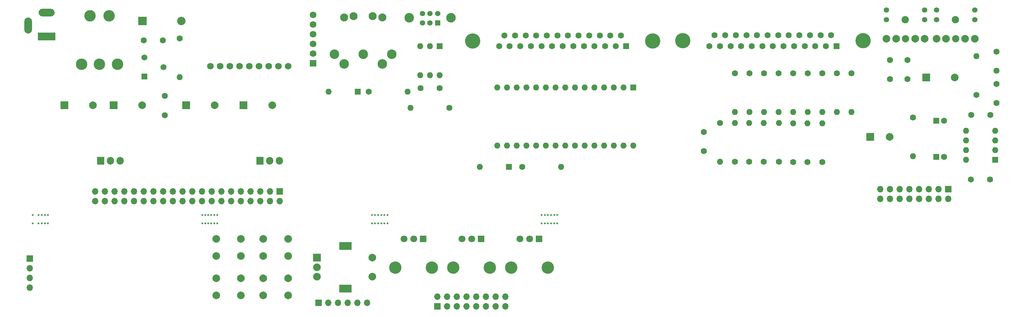
<source format=gbr>
%TF.GenerationSoftware,KiCad,Pcbnew,(6.0.10)*%
%TF.CreationDate,2023-03-08T19:14:54+03:00*%
%TF.ProjectId,my_pcb,6d795f70-6362-42e6-9b69-6361645f7063,rev?*%
%TF.SameCoordinates,Original*%
%TF.FileFunction,Soldermask,Top*%
%TF.FilePolarity,Negative*%
%FSLAX46Y46*%
G04 Gerber Fmt 4.6, Leading zero omitted, Abs format (unit mm)*
G04 Created by KiCad (PCBNEW (6.0.10)) date 2023-03-08 19:14:54*
%MOMM*%
%LPD*%
G01*
G04 APERTURE LIST*
%ADD10C,0.500000*%
%ADD11R,1.905000X2.000000*%
%ADD12O,1.905000X2.000000*%
%ADD13C,2.000000*%
%ADD14C,1.600000*%
%ADD15O,1.600000X1.600000*%
%ADD16R,3.200000X2.000000*%
%ADD17R,2.000000X2.000000*%
%ADD18R,1.750000X1.750000*%
%ADD19C,1.750000*%
%ADD20C,3.240000*%
%ADD21R,1.800000X1.800000*%
%ADD22C,1.800000*%
%ADD23R,1.700000X1.700000*%
%ADD24O,1.700000X1.700000*%
%ADD25R,1.600000X1.600000*%
%ADD26C,1.900000*%
%ADD27C,1.400000*%
%ADD28R,1.560000X1.560000*%
%ADD29C,1.560000*%
%ADD30C,4.000000*%
%ADD31C,2.100000*%
%ADD32C,2.500000*%
%ADD33R,1.400000X1.400000*%
%ADD34R,2.200000X2.200000*%
%ADD35O,2.200000X2.200000*%
%ADD36R,4.600000X2.000000*%
%ADD37O,4.200000X2.000000*%
%ADD38O,2.000000X4.200000*%
%ADD39C,3.000000*%
G04 APERTURE END LIST*
D10*
%TO.C,mouse-bite-2.54mm-slot_6*%
X77495100Y-86080000D03*
X78295100Y-86080000D03*
X79095100Y-88280000D03*
X78295100Y-88280000D03*
X79095100Y-86080000D03*
X77495100Y-88280000D03*
%TD*%
D11*
%TO.C,U2*%
X90255100Y-71825000D03*
D12*
X92795100Y-71825000D03*
X95335100Y-71825000D03*
%TD*%
D10*
%TO.C,mouse-bite-2.54mm-slot_2*%
X33195100Y-88280000D03*
X33995100Y-86080000D03*
X34795100Y-86080000D03*
X33195100Y-86080000D03*
X33995100Y-88280000D03*
X34795100Y-88280000D03*
%TD*%
D13*
%TO.C,SW6*%
X97595100Y-92349200D03*
X91095100Y-92349200D03*
X97595100Y-96849200D03*
X91095100Y-96849200D03*
%TD*%
D10*
%TO.C,mouse-bite-2.54mm-slot_14*%
X167195100Y-86080000D03*
X166395100Y-86080000D03*
X166395100Y-88280000D03*
X167995100Y-86080000D03*
X167195100Y-88280000D03*
X167995100Y-88280000D03*
%TD*%
D14*
%TO.C,R2*%
X158795100Y-73430000D03*
D15*
X168955100Y-73430000D03*
%TD*%
D14*
%TO.C,R4*%
X139811400Y-57980000D03*
D15*
X129651400Y-57980000D03*
%TD*%
D14*
%TO.C,C15*%
X206296300Y-69310000D03*
X206296300Y-64310000D03*
%TD*%
D16*
%TO.C,SW7*%
X112645100Y-105374200D03*
X112645100Y-94174200D03*
D17*
X105145100Y-97274200D03*
D13*
X105145100Y-102274200D03*
X105145100Y-99774200D03*
X119645100Y-102274200D03*
X119645100Y-97274200D03*
%TD*%
D18*
%TO.C,J9*%
X104145100Y-46280000D03*
D19*
X104145100Y-43740000D03*
X104145100Y-41200000D03*
X104145100Y-38660000D03*
X104145100Y-36120000D03*
X104145100Y-33580000D03*
X97645100Y-47030000D03*
X95105100Y-47030000D03*
X92565100Y-47030000D03*
X90025100Y-47030000D03*
X87485100Y-47030000D03*
X84945100Y-47030000D03*
X82405100Y-47030000D03*
X79865100Y-47030000D03*
X77325100Y-47030000D03*
%TD*%
D20*
%TO.C,RV2*%
X125645100Y-99855000D03*
X135245100Y-99855000D03*
D21*
X132945100Y-92355000D03*
D22*
X130445100Y-92355000D03*
X127945100Y-92355000D03*
%TD*%
D13*
%TO.C,SW3*%
X78795100Y-107199200D03*
X85295100Y-107199200D03*
X85295100Y-102699200D03*
X78795100Y-102699200D03*
%TD*%
D17*
%TO.C,C1*%
X51977400Y-57280000D03*
D13*
X59477400Y-57280000D03*
%TD*%
D14*
%TO.C,R16*%
X233396300Y-72190000D03*
D15*
X233396300Y-62030000D03*
%TD*%
D20*
%TO.C,RV3*%
X140795100Y-99855000D03*
X150395100Y-99855000D03*
D21*
X148095100Y-92355000D03*
D22*
X145595100Y-92355000D03*
X143095100Y-92355000D03*
%TD*%
D23*
%TO.C,J8*%
X136620100Y-110005000D03*
D24*
X136620100Y-107465000D03*
X139160100Y-110005000D03*
X139160100Y-107465000D03*
X141700100Y-110005000D03*
X141700100Y-107465000D03*
X144240100Y-110005000D03*
X144240100Y-107465000D03*
X146780100Y-110005000D03*
X146780100Y-107465000D03*
X149320100Y-110005000D03*
X149320100Y-107465000D03*
X151860100Y-110005000D03*
X151860100Y-107465000D03*
X154400100Y-110005000D03*
X154400100Y-107465000D03*
%TD*%
D14*
%TO.C,C12*%
X281195100Y-76730000D03*
X276195100Y-76730000D03*
%TD*%
D23*
%TO.C,J10*%
X30045100Y-97530000D03*
D24*
X30045100Y-100070000D03*
X30045100Y-102610000D03*
X30045100Y-105150000D03*
%TD*%
D14*
%TO.C,R13*%
X214490100Y-48930000D03*
D15*
X214490100Y-59090000D03*
%TD*%
D10*
%TO.C,mouse-bite-2.54mm-slot_9*%
X121145100Y-88280000D03*
X119545100Y-86080000D03*
X120345100Y-88280000D03*
X119545100Y-88280000D03*
X121145100Y-86080000D03*
X120345100Y-86080000D03*
%TD*%
D14*
%TO.C,R22*%
X210596300Y-61930000D03*
D15*
X210596300Y-72090000D03*
%TD*%
D14*
%TO.C,R20*%
X218196300Y-72090000D03*
D15*
X218196300Y-61930000D03*
%TD*%
D17*
%TO.C,C17*%
X264467200Y-50030000D03*
D13*
X271967200Y-50030000D03*
%TD*%
D14*
%TO.C,R5*%
X244900100Y-48930000D03*
D15*
X244900100Y-59090000D03*
%TD*%
D14*
%TO.C,C16*%
X282895100Y-48230000D03*
X282895100Y-43230000D03*
%TD*%
%TO.C,R17*%
X229696300Y-72190000D03*
D15*
X229696300Y-62030000D03*
%TD*%
D11*
%TO.C,U3*%
X48595100Y-71880000D03*
D12*
X51135100Y-71880000D03*
X53675100Y-71880000D03*
%TD*%
D14*
%TO.C,C18*%
X259595100Y-50430000D03*
X259595100Y-45430000D03*
%TD*%
%TO.C,C5*%
X65395100Y-59880000D03*
X65395100Y-54880000D03*
%TD*%
%TO.C,R9*%
X229695100Y-48930000D03*
D15*
X229695100Y-59090000D03*
%TD*%
D14*
%TO.C,R12*%
X218291300Y-48930000D03*
D15*
X218291300Y-59090000D03*
%TD*%
D25*
%TO.C,U5*%
X282495100Y-71630000D03*
D15*
X282495100Y-69090000D03*
X282495100Y-66550000D03*
X282495100Y-64010000D03*
X274875100Y-64010000D03*
X274875100Y-66550000D03*
X274875100Y-69090000D03*
X274875100Y-71630000D03*
%TD*%
D10*
%TO.C,mouse-bite-2.54mm-slot_10*%
X122795100Y-88280000D03*
X122795100Y-86080000D03*
X123595100Y-86080000D03*
X121995100Y-86080000D03*
X123595100Y-88280000D03*
X121995100Y-88280000D03*
%TD*%
D25*
%TO.C,U4*%
X137256400Y-41780000D03*
D15*
X134716400Y-41780000D03*
X132176400Y-41780000D03*
X132176400Y-49400000D03*
X134716400Y-49400000D03*
X137256400Y-49400000D03*
%TD*%
D14*
%TO.C,R14*%
X260995100Y-60550000D03*
D15*
X260995100Y-70710000D03*
%TD*%
D14*
%TO.C,R3*%
X69295100Y-39800000D03*
D15*
X69295100Y-49960000D03*
%TD*%
D14*
%TO.C,C3*%
X59895100Y-40280000D03*
X64895100Y-40280000D03*
%TD*%
%TO.C,R18*%
X225996300Y-72090000D03*
D15*
X225996300Y-61930000D03*
%TD*%
D23*
%TO.C,J4*%
X270295100Y-79330000D03*
D24*
X270295100Y-81870000D03*
X267755100Y-79330000D03*
X267755100Y-81870000D03*
X265215100Y-79330000D03*
X265215100Y-81870000D03*
X262675100Y-79330000D03*
X262675100Y-81870000D03*
X260135100Y-79330000D03*
X260135100Y-81870000D03*
X257595100Y-79330000D03*
X257595100Y-81870000D03*
X255055100Y-79330000D03*
X255055100Y-81870000D03*
X252515100Y-79330000D03*
X252515100Y-81870000D03*
%TD*%
D14*
%TO.C,C6*%
X137231400Y-52780000D03*
X132231400Y-52780000D03*
%TD*%
%TO.C,C8*%
X276295100Y-59830000D03*
X281295100Y-59830000D03*
%TD*%
D25*
%TO.C,C9*%
X267129800Y-61330000D03*
D14*
X269129800Y-61330000D03*
%TD*%
%TO.C,R23*%
X277595100Y-54610000D03*
D15*
X277595100Y-44450000D03*
%TD*%
D13*
%TO.C,SW5*%
X91095100Y-102699200D03*
X97595100Y-102699200D03*
X91095100Y-107199200D03*
X97595100Y-107199200D03*
%TD*%
D10*
%TO.C,mouse-bite-2.54mm-slot_13*%
X164745100Y-88280000D03*
X164745100Y-86080000D03*
X163945100Y-88280000D03*
X165545100Y-86080000D03*
X163945100Y-86080000D03*
X165545100Y-88280000D03*
%TD*%
%TO.C,mouse-bite-2.54mm-slot_5*%
X75145100Y-88280000D03*
X76745100Y-88280000D03*
X75945100Y-88280000D03*
X75145100Y-86080000D03*
X75945100Y-86080000D03*
X76745100Y-86080000D03*
%TD*%
D20*
%TO.C,RV4*%
X155945100Y-99855000D03*
X165545100Y-99855000D03*
D21*
X163245100Y-92355000D03*
D22*
X160745100Y-92355000D03*
X158245100Y-92355000D03*
%TD*%
D26*
%TO.C,J6*%
X259095100Y-39855000D03*
D27*
X254095100Y-34855000D03*
X254095100Y-32355000D03*
X264095100Y-32355000D03*
X264095100Y-34855000D03*
D26*
X259015100Y-34895000D03*
D13*
X264095100Y-39855000D03*
X261595100Y-39855000D03*
X256595100Y-39855000D03*
X254095100Y-39855000D03*
%TD*%
D17*
%TO.C,C2*%
X39077400Y-57280000D03*
D13*
X46577400Y-57280000D03*
%TD*%
D28*
%TO.C,RV1*%
X60055100Y-49780000D03*
D29*
X65055100Y-47280000D03*
X60055100Y-44780000D03*
%TD*%
D14*
%TO.C,R21*%
X214496300Y-72090000D03*
D15*
X214496300Y-61930000D03*
%TD*%
D17*
%TO.C,C7*%
X70942100Y-57280000D03*
D13*
X78442100Y-57280000D03*
%TD*%
D30*
%TO.C,J2*%
X145875100Y-40410000D03*
X192975100Y-40410000D03*
D25*
X186045100Y-41830000D03*
D14*
X183275100Y-41830000D03*
X180505100Y-41830000D03*
X177735100Y-41830000D03*
X174965100Y-41830000D03*
X172195100Y-41830000D03*
X169425100Y-41830000D03*
X166655100Y-41830000D03*
X163885100Y-41830000D03*
X161115100Y-41830000D03*
X158345100Y-41830000D03*
X155575100Y-41830000D03*
X152805100Y-41830000D03*
X184660100Y-38990000D03*
X181890100Y-38990000D03*
X179120100Y-38990000D03*
X176350100Y-38990000D03*
X173580100Y-38990000D03*
X170810100Y-38990000D03*
X168040100Y-38990000D03*
X165270100Y-38990000D03*
X162500100Y-38990000D03*
X159730100Y-38990000D03*
X156960100Y-38990000D03*
X154190100Y-38990000D03*
%TD*%
D13*
%TO.C,SW4*%
X85295100Y-96849200D03*
X78795100Y-96849200D03*
X78795100Y-92349200D03*
X85295100Y-92349200D03*
%TD*%
D14*
%TO.C,R1*%
X118715100Y-53780000D03*
D15*
X128875100Y-53780000D03*
%TD*%
D31*
%TO.C,J3*%
X119745100Y-33930000D03*
X122245100Y-34230000D03*
X112245100Y-34230000D03*
X114745100Y-33930000D03*
D32*
X109745100Y-43930000D03*
X117245100Y-43930000D03*
X124745100Y-43930000D03*
X112245100Y-46430000D03*
X122245100Y-46430000D03*
%TD*%
%TO.C,SW2*%
X129295100Y-34330000D03*
X140195100Y-34330000D03*
D33*
X136745100Y-35730000D03*
D27*
X134745100Y-35730000D03*
X132745100Y-35730000D03*
X136745100Y-33230000D03*
X134745100Y-33230000D03*
X132745100Y-33230000D03*
%TD*%
%TO.C,J7*%
X267195100Y-34855000D03*
X277195100Y-32355000D03*
D26*
X272195100Y-39855000D03*
D27*
X277195100Y-34855000D03*
X267195100Y-32355000D03*
D26*
X272115100Y-34895000D03*
D13*
X277195100Y-39855000D03*
X274695100Y-39855000D03*
X269695100Y-39855000D03*
X267195100Y-39855000D03*
%TD*%
D34*
%TO.C,D3*%
X59515100Y-35180000D03*
D35*
X69675100Y-35180000D03*
%TD*%
D30*
%TO.C,J5*%
X200850100Y-40379700D03*
X247950100Y-40379700D03*
D25*
X241020100Y-41799700D03*
D14*
X238250100Y-41799700D03*
X235480100Y-41799700D03*
X232710100Y-41799700D03*
X229940100Y-41799700D03*
X227170100Y-41799700D03*
X224400100Y-41799700D03*
X221630100Y-41799700D03*
X218860100Y-41799700D03*
X216090100Y-41799700D03*
X213320100Y-41799700D03*
X210550100Y-41799700D03*
X207780100Y-41799700D03*
X239635100Y-38959700D03*
X236865100Y-38959700D03*
X234095100Y-38959700D03*
X231325100Y-38959700D03*
X228555100Y-38959700D03*
X225785100Y-38959700D03*
X223015100Y-38959700D03*
X220245100Y-38959700D03*
X217475100Y-38959700D03*
X214705100Y-38959700D03*
X211935100Y-38959700D03*
X209165100Y-38959700D03*
%TD*%
%TO.C,R10*%
X225893800Y-48930000D03*
D15*
X225893800Y-59090000D03*
%TD*%
D25*
%TO.C,D2*%
X155405100Y-73430000D03*
D15*
X147785100Y-73430000D03*
%TD*%
D14*
%TO.C,C13*%
X282895100Y-56730000D03*
X282895100Y-51730000D03*
%TD*%
D36*
%TO.C,J1*%
X34445100Y-39290000D03*
D37*
X34445100Y-32990000D03*
D38*
X29645100Y-36390000D03*
%TD*%
D14*
%TO.C,R19*%
X221996300Y-72090000D03*
D15*
X221996300Y-61930000D03*
%TD*%
D14*
%TO.C,R8*%
X233496300Y-48930000D03*
D15*
X233496300Y-59090000D03*
%TD*%
D14*
%TO.C,R15*%
X237296300Y-72190000D03*
D15*
X237296300Y-62030000D03*
%TD*%
D25*
%TO.C,C14*%
X267129800Y-70830000D03*
D14*
X269129800Y-70830000D03*
%TD*%
%TO.C,R7*%
X237297600Y-48930000D03*
D15*
X237297600Y-59090000D03*
%TD*%
D14*
%TO.C,R11*%
X222092600Y-48930000D03*
D15*
X222092600Y-59090000D03*
%TD*%
D14*
%TO.C,C11*%
X255045100Y-45430000D03*
X255045100Y-50430000D03*
%TD*%
D17*
%TO.C,C4*%
X85977400Y-57280000D03*
D13*
X93477400Y-57280000D03*
%TD*%
D25*
%TO.C,U1*%
X187895100Y-52610000D03*
D15*
X185355100Y-52610000D03*
X182815100Y-52610000D03*
X180275100Y-52610000D03*
X177735100Y-52610000D03*
X175195100Y-52610000D03*
X172655100Y-52610000D03*
X170115100Y-52610000D03*
X167575100Y-52610000D03*
X165035100Y-52610000D03*
X162495100Y-52610000D03*
X159955100Y-52610000D03*
X157415100Y-52610000D03*
X154875100Y-52610000D03*
X152335100Y-52610000D03*
X152335100Y-67850000D03*
X154875100Y-67850000D03*
X157415100Y-67850000D03*
X159955100Y-67850000D03*
X162495100Y-67850000D03*
X165035100Y-67850000D03*
X167575100Y-67850000D03*
X170115100Y-67850000D03*
X172655100Y-67850000D03*
X175195100Y-67850000D03*
X177735100Y-67850000D03*
X180275100Y-67850000D03*
X182815100Y-67850000D03*
X185355100Y-67850000D03*
X187895100Y-67850000D03*
%TD*%
D10*
%TO.C,mouse-bite-2.54mm-slot_1*%
X32345100Y-86080000D03*
X30845100Y-86080000D03*
X30845100Y-88280000D03*
X32345100Y-88280000D03*
%TD*%
D17*
%TO.C,C10*%
X249892100Y-65630000D03*
D13*
X254892100Y-65630000D03*
%TD*%
D23*
%TO.C,Pi1*%
X95420100Y-79905000D03*
D24*
X95420100Y-82445000D03*
X92880100Y-79905000D03*
X92880100Y-82445000D03*
X90340100Y-79905000D03*
X90340100Y-82445000D03*
X87800100Y-79905000D03*
X87800100Y-82445000D03*
X85260100Y-79905000D03*
X85260100Y-82445000D03*
X82720100Y-79905000D03*
X82720100Y-82445000D03*
X80180100Y-79905000D03*
X80180100Y-82445000D03*
X77640100Y-79905000D03*
X77640100Y-82445000D03*
X75100100Y-79905000D03*
X75100100Y-82445000D03*
X72560100Y-79905000D03*
X72560100Y-82445000D03*
X70020100Y-79905000D03*
X70020100Y-82445000D03*
X67480100Y-79905000D03*
X67480100Y-82445000D03*
X64940100Y-79905000D03*
X64940100Y-82445000D03*
X62400100Y-79905000D03*
X62400100Y-82445000D03*
X59860100Y-79905000D03*
X59860100Y-82445000D03*
X57320100Y-79905000D03*
X57320100Y-82445000D03*
X54780100Y-79905000D03*
X54780100Y-82445000D03*
X52240100Y-79905000D03*
X52240100Y-82445000D03*
X49700100Y-79905000D03*
X49700100Y-82445000D03*
X47160100Y-79905000D03*
X47160100Y-82445000D03*
%TD*%
D23*
%TO.C,J11*%
X105545100Y-109130000D03*
D24*
X108085100Y-109130000D03*
X110625100Y-109130000D03*
X113165100Y-109130000D03*
X115705100Y-109130000D03*
X118245100Y-109130000D03*
%TD*%
D14*
%TO.C,R6*%
X241098800Y-48930000D03*
D15*
X241098800Y-59090000D03*
%TD*%
D39*
%TO.C,SW1*%
X50795100Y-33830000D03*
X45795100Y-33830000D03*
X52995100Y-46530000D03*
X48295100Y-46530000D03*
X43595100Y-46530000D03*
%TD*%
D25*
%TO.C,D1*%
X115805100Y-53780000D03*
D15*
X108185100Y-53780000D03*
%TD*%
M02*

</source>
